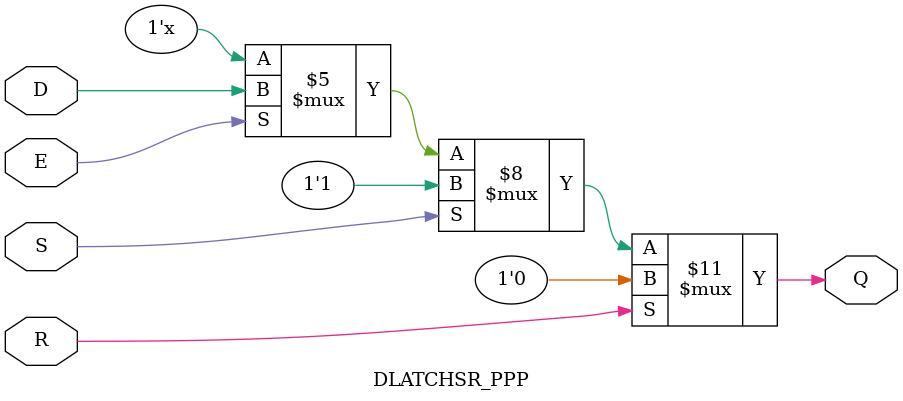
<source format=v>
/*
 *  yosys -- Yosys Open SYnthesis Suite
 *
 *  Copyright (C) 2012  Clifford Wolf <clifford@clifford.at>
 *
 *  Permission to use, copy, modify, and/or distribute this software for any
 *  purpose with or without fee is hereby granted, provided that the above
 *  copyright notice and this permission notice appear in all copies.
 *
 *  THE SOFTWARE IS PROVIDED "AS IS" AND THE AUTHOR DISCLAIMS ALL WARRANTIES
 *  WITH REGARD TO THIS SOFTWARE INCLUDING ALL IMPLIED WARRANTIES OF
 *  MERCHANTABILITY AND FITNESS. IN NO EVENT SHALL THE AUTHOR BE LIABLE FOR
 *  ANY SPECIAL, DIRECT, INDIRECT, OR CONSEQUENTIAL DAMAGES OR ANY DAMAGES
 *  WHATSOEVER RESULTING FROM LOSS OF USE, DATA OR PROFITS, WHETHER IN AN
 *  ACTION OF CONTRACT, NEGLIGENCE OR OTHER TORTIOUS ACTION, ARISING OUT OF
 *  OR IN CONNECTION WITH THE USE OR PERFORMANCE OF THIS SOFTWARE.
 *
 *  ---
 *
 *  The internal logic cell simulation library.
 *
 *  This Verilog library contains simple simulation models for the internal
 *  logic cells ($_NOT , $_AND , ...) that are generated by the default technology
 *  mapper (see "techmap.v" in this directory) and expected by the "abc" pass.
 *
 */

//  |---v---|---v---|---v---|---v---|---v---|---v---|---v---|---v---|---v---|---v---|
//-
//-     $_BUF (A, Y)
//-
//- A buffer. This cell type is always optimized away by the opt_clean pass.
//-
//- Truth table:    A | Y
//-                ---+---
//-                 0 | 0
//-                 1 | 1
//-
module BUF (A, Y);
input A;
output Y;
assign Y = A;
endmodule

//  |---v---|---v---|---v---|---v---|---v---|---v---|---v---|---v---|---v---|---v---|
//-
//-     $_NOT (A, Y)
//-
//- An inverter gate.
//-
//- Truth table:    A | Y
//-                ---+---
//-                 0 | 1
//-                 1 | 0
//-
module NOT (A, Y);
input A;
output Y;
assign Y = ~A;
endmodule

//  |---v---|---v---|---v---|---v---|---v---|---v---|---v---|---v---|---v---|---v---|
//-
//-     $_AND (A, B, Y)
//-
//- A 2-input AND gate.
//-
//- Truth table:    A B | Y
//-                -----+---
//-                 0 0 | 0
//-                 0 1 | 0
//-                 1 0 | 0
//-                 1 1 | 1
//-
module AND (A, B, Y);
input A, B;
output Y;
assign Y = A & B;
endmodule

//  |---v---|---v---|---v---|---v---|---v---|---v---|---v---|---v---|---v---|---v---|
//-
//-     $_NAND (A, B, Y)
//-
//- A 2-input NAND gate.
//-
//- Truth table:    A B | Y
//-                -----+---
//-                 0 0 | 1
//-                 0 1 | 1
//-                 1 0 | 1
//-                 1 1 | 0
//-
module NAND (A, B, Y);
input A, B;
output Y;
assign Y = ~(A & B);
endmodule

//  |---v---|---v---|---v---|---v---|---v---|---v---|---v---|---v---|---v---|---v---|
//-
//-     $_OR (A, B, Y)
//-
//- A 2-input OR gate.
//-
//- Truth table:    A B | Y
//-                -----+---
//-                 0 0 | 0
//-                 0 1 | 1
//-                 1 0 | 1
//-                 1 1 | 1
//-
module OR (A, B, Y);
input A, B;
output Y;
assign Y = A | B;
endmodule

//  |---v---|---v---|---v---|---v---|---v---|---v---|---v---|---v---|---v---|---v---|
//-
//-     $_NOR (A, B, Y)
//-
//- A 2-input NOR gate.
//-
//- Truth table:    A B | Y
//-                -----+---
//-                 0 0 | 1
//-                 0 1 | 0
//-                 1 0 | 0
//-                 1 1 | 0
//-
module NOR (A, B, Y);
input A, B;
output Y;
assign Y = ~(A | B);
endmodule

//  |---v---|---v---|---v---|---v---|---v---|---v---|---v---|---v---|---v---|---v---|
//-
//-     $_XOR (A, B, Y)
//-
//- A 2-input XOR gate.
//-
//- Truth table:    A B | Y
//-                -----+---
//-                 0 0 | 0
//-                 0 1 | 1
//-                 1 0 | 1
//-                 1 1 | 0
//-
module XOR (A, B, Y);
input A, B;
output Y;
assign Y = A ^ B;
endmodule

//  |---v---|---v---|---v---|---v---|---v---|---v---|---v---|---v---|---v---|---v---|
//-
//-     $_XNOR (A, B, Y)
//-
//- A 2-input XNOR gate.
//-
//- Truth table:    A B | Y
//-                -----+---
//-                 0 0 | 1
//-                 0 1 | 0
//-                 1 0 | 0
//-                 1 1 | 1
//-
module XNOR (A, B, Y);
input A, B;
output Y;
assign Y = ~(A ^ B);
endmodule

//  |---v---|---v---|---v---|---v---|---v---|---v---|---v---|---v---|---v---|---v---|
//-
//-     $_ANDNOT (A, B, Y)
//-
//- A 2-input AND-NOT gate.
//-
//- Truth table:    A B | Y
//-                -----+---
//-                 0 0 | 0
//-                 0 1 | 0
//-                 1 0 | 1
//-                 1 1 | 0
//-
module ANDNOT (A, B, Y);
input A, B;
output Y;
assign Y = A & (~B);
endmodule

//  |---v---|---v---|---v---|---v---|---v---|---v---|---v---|---v---|---v---|---v---|
//-
//-     $_ORNOT (A, B, Y)
//-
//- A 2-input OR-NOT gate.
//-
//- Truth table:    A B | Y
//-                -----+---
//-                 0 0 | 1
//-                 0 1 | 0
//-                 1 0 | 1
//-                 1 1 | 1
//-
module ORNOT (A, B, Y);
input A, B;
output Y;
assign Y = A | (~B);
endmodule

//  |---v---|---v---|---v---|---v---|---v---|---v---|---v---|---v---|---v---|---v---|
//-
//-     $_MUX (A, B, S, Y)
//-
//- A 2-input MUX gate.
//-
//- Truth table:    A B S | Y
//-                -------+---
//-                 a - 0 | a
//-                 - b 1 | b
//-
module MUX (A, B, S, Y);
input A, B, S;
output Y;
assign Y = S ? B : A;
endmodule

//  |---v---|---v---|---v---|---v---|---v---|---v---|---v---|---v---|---v---|---v---|
//-
//-     $_MUX4 (A, B, C, D, S, T, Y)
//-
//- A 4-input MUX gate.
//-
//- Truth table:    A B C D S T | Y
//-                -------------+---
//-                 a - - - 0 0 | a
//-                 - b - - 1 0 | b
//-                 - - c - 0 1 | c
//-                 - - - d 1 1 | d
//-
module MUX4 (A, B, C, D, S, T, Y);
input A, B, C, D, S, T;
output Y;
assign Y = T ? (S ? D : C) :
               (S ? B : A);
endmodule

//  |---v---|---v---|---v---|---v---|---v---|---v---|---v---|---v---|---v---|---v---|
//-
//-     $_MUX8 (A, B, C, D, E, F, G, H, S, T, U, Y)
//-
//- An 8-input MUX gate.
//-
//- Truth table:    A B C D E F G H S T U | Y
//-                -----------------------+---
//-                 a - - - - - - - 0 0 0 | a
//-                 - b - - - - - - 1 0 0 | b
//-                 - - c - - - - - 0 1 0 | c
//-                 - - - d - - - - 1 1 0 | d
//-                 - - - - e - - - 0 0 1 | e
//-                 - - - - - f - - 1 0 1 | f
//-                 - - - - - - g - 0 1 1 | g
//-                 - - - - - - - h 1 1 1 | h
//-
module MUX8 (A, B, C, D, E, F, G, H, S, T, U, Y);
input A, B, C, D, E, F, G, H, S, T, U;
output Y;
assign Y = U ? T ? (S ? H : G) :
                   (S ? F : E) :
               T ? (S ? D : C) :
                   (S ? B : A);
endmodule

//  |---v---|---v---|---v---|---v---|---v---|---v---|---v---|---v---|---v---|---v---|
//-
//-     $_MUX16 (A, B, C, D, E, F, G, H, I, J, K, L, M, N, O, P, S, T, U, V, Y)
//-
//- A 16-input MUX gate.
//-
//- Truth table:    A B C D E F G H I J K L M N O P S T U V | Y
//-                -----------------------------------------+---
//-                 a - - - - - - - - - - - - - - - 0 0 0 0 | a
//-                 - b - - - - - - - - - - - - - - 1 0 0 0 | b
//-                 - - c - - - - - - - - - - - - - 0 1 0 0 | c
//-                 - - - d - - - - - - - - - - - - 1 1 0 0 | d
//-                 - - - - e - - - - - - - - - - - 0 0 1 0 | e
//-                 - - - - - f - - - - - - - - - - 1 0 1 0 | f
//-                 - - - - - - g - - - - - - - - - 0 1 1 0 | g
//-                 - - - - - - - h - - - - - - - - 1 1 1 0 | h
//-                 - - - - - - - - i - - - - - - - 0 0 0 1 | i
//-                 - - - - - - - - - j - - - - - - 1 0 0 1 | j
//-                 - - - - - - - - - - k - - - - - 0 1 0 1 | k
//-                 - - - - - - - - - - - l - - - - 1 1 0 1 | l
//-                 - - - - - - - - - - - - m - - - 0 0 1 1 | m
//-                 - - - - - - - - - - - - - n - - 1 0 1 1 | n
//-                 - - - - - - - - - - - - - - o - 0 1 1 1 | o
//-                 - - - - - - - - - - - - - - - p 1 1 1 1 | p
//-
module MUX16 (A, B, C, D, E, F, G, H, I, J, K, L, M, N, O, P, S, T, U, V, Y);
input A, B, C, D, E, F, G, H, I, J, K, L, M, N, O, P, S, T, U, V;
output Y;
assign Y = V ? U ? T ? (S ? P : O) :
                       (S ? N : M) :
                   T ? (S ? L : K) :
                       (S ? J : I) :
               U ? T ? (S ? H : G) :
                       (S ? F : E) :
                   T ? (S ? D : C) :
                       (S ? B : A);
endmodule

//  |---v---|---v---|---v---|---v---|---v---|---v---|---v---|---v---|---v---|---v---|
//-
//-     $_AOI3 (A, B, C, Y)
//-
//- A 3-input And-Or-Invert gate.
//-
//- Truth table:    A B C | Y
//-                -------+---
//-                 0 0 0 | 1
//-                 0 0 1 | 0
//-                 0 1 0 | 1
//-                 0 1 1 | 0
//-                 1 0 0 | 1
//-                 1 0 1 | 0
//-                 1 1 0 | 0
//-                 1 1 1 | 0
//-
module AOI3 (A, B, C, Y);
input A, B, C;
output Y;
assign Y = ~((A & B) | C);
endmodule

//  |---v---|---v---|---v---|---v---|---v---|---v---|---v---|---v---|---v---|---v---|
//-
//-     $_OAI3 (A, B, C, Y)
//-
//- A 3-input Or-And-Invert gate.
//-
//- Truth table:    A B C | Y
//-                -------+---
//-                 0 0 0 | 1
//-                 0 0 1 | 1
//-                 0 1 0 | 1
//-                 0 1 1 | 0
//-                 1 0 0 | 1
//-                 1 0 1 | 0
//-                 1 1 0 | 1
//-                 1 1 1 | 0
//-
module OAI3 (A, B, C, Y);
input A, B, C;
output Y;
assign Y = ~((A | B) & C);
endmodule

//  |---v---|---v---|---v---|---v---|---v---|---v---|---v---|---v---|---v---|---v---|
//-
//-     $_AOI4 (A, B, C, Y)
//-
//- A 4-input And-Or-Invert gate.
//-
//- Truth table:    A B C D | Y
//-                ---------+---
//-                 0 0 0 0 | 1
//-                 0 0 0 1 | 1
//-                 0 0 1 0 | 1
//-                 0 0 1 1 | 0
//-                 0 1 0 0 | 1
//-                 0 1 0 1 | 1
//-                 0 1 1 0 | 1
//-                 0 1 1 1 | 0
//-                 1 0 0 0 | 1
//-                 1 0 0 1 | 1
//-                 1 0 1 0 | 1
//-                 1 0 1 1 | 0
//-                 1 1 0 0 | 0
//-                 1 1 0 1 | 0
//-                 1 1 1 0 | 0
//-                 1 1 1 1 | 0
//-
module AOI4 (A, B, C, D, Y);
input A, B, C, D;
output Y;
assign Y = ~((A & B) | (C & D));
endmodule

//  |---v---|---v---|---v---|---v---|---v---|---v---|---v---|---v---|---v---|---v---|
//-
//-     $_OAI4 (A, B, C, Y)
//-
//- A 4-input Or-And-Invert gate.
//-
//- Truth table:    A B C D | Y
//-                ---------+---
//-                 0 0 0 0 | 1
//-                 0 0 0 1 | 1
//-                 0 0 1 0 | 1
//-                 0 0 1 1 | 1
//-                 0 1 0 0 | 1
//-                 0 1 0 1 | 0
//-                 0 1 1 0 | 0
//-                 0 1 1 1 | 0
//-                 1 0 0 0 | 1
//-                 1 0 0 1 | 0
//-                 1 0 1 0 | 0
//-                 1 0 1 1 | 0
//-                 1 1 0 0 | 1
//-                 1 1 0 1 | 0
//-                 1 1 1 0 | 0
//-                 1 1 1 1 | 0
//-
module OAI4 (A, B, C, D, Y);
input A, B, C, D;
output Y;
assign Y = ~((A | B) & (C | D));
endmodule

//  |---v---|---v---|---v---|---v---|---v---|---v---|---v---|---v---|---v---|---v---|
//-
//-     $_TBUF (A, E, Y)
//-
//- A tri-state buffer.
//-
//- Truth table:    A E | Y
//-                -----+---
//-                 a 1 | a
//-                 - 0 | z
//-
module TBUF (A, E, Y);
input A, E;
output Y;
assign Y = E ? A : 1'bz;
endmodule

//  |---v---|---v---|---v---|---v---|---v---|---v---|---v---|---v---|---v---|---v---|
//-
//-     $_SR_NN (S, R, Q)
//-
//- A set-reset latch with negative polarity SET and RESET.
//-
//- Truth table:    S R | Q
//-                -----+---
//-                 0 0 | x
//-                 0 1 | 1
//-                 1 0 | 0
//-                 1 1 | y
//-
module SR_NN (S, R, Q);
input S, R;
output reg Q;
always @(negedge S, negedge R) begin
	if (R == 0)
		Q <= 0;
	else if (S == 0)
		Q <= 1;
end
endmodule

//  |---v---|---v---|---v---|---v---|---v---|---v---|---v---|---v---|---v---|---v---|
//-
//-     $_SR_NP (S, R, Q)
//-
//- A set-reset latch with negative polarity SET and positive polarity RESET.
//-
//- Truth table:    S R | Q
//-                -----+---
//-                 0 1 | x
//-                 0 0 | 1
//-                 1 1 | 0
//-                 1 0 | y
//-
module SR_NP (S, R, Q);
input S, R;
output reg Q;
always @(negedge S, posedge R) begin
	if (R == 1)
		Q <= 0;
	else if (S == 0)
		Q <= 1;
end
endmodule

//  |---v---|---v---|---v---|---v---|---v---|---v---|---v---|---v---|---v---|---v---|
//-
//-     $_SR_PN (S, R, Q)
//-
//- A set-reset latch with positive polarity SET and negative polarity RESET.
//-
//- Truth table:    S R | Q
//-                -----+---
//-                 1 0 | x
//-                 1 1 | 1
//-                 0 0 | 0
//-                 0 1 | y
//-
module SR_PN (S, R, Q);
input S, R;
output reg Q;
always @(posedge S, negedge R) begin
	if (R == 0)
		Q <= 0;
	else if (S == 1)
		Q <= 1;
end
endmodule

//  |---v---|---v---|---v---|---v---|---v---|---v---|---v---|---v---|---v---|---v---|
//-
//-     $_SR_PP (S, R, Q)
//-
//- A set-reset latch with positive polarity SET and RESET.
//-
//- Truth table:    S R | Q
//-                -----+---
//-                 1 1 | x
//-                 1 0 | 1
//-                 0 1 | 0
//-                 0 0 | y
//-
module SR_PP (S, R, Q);
input S, R;
output reg Q;
always @(posedge S, posedge R) begin
	if (R == 1)
		Q <= 0;
	else if (S == 1)
		Q <= 1;
end
endmodule

`ifdef SIMCELLS_FF
//  |---v---|---v---|---v---|---v---|---v---|---v---|---v---|---v---|---v---|---v---|
//-
//-     $_FF (D, Q)
//-
//- A D-type flip-flop that is clocked from the implicit global clock. (This cell
//- type is usually only used in netlists for formal verification.)
//-
module FF (D, Q);
input D;
output reg Q;
always @($global_clock) begin
	Q <= D;
end
endmodule
`endif

//  |---v---|---v---|---v---|---v---|---v---|---v---|---v---|---v---|---v---|---v---|
//-
//-     $_DFF_N (D, C, Q)
//-
//- A negative edge D-type flip-flop.
//-
//- Truth table:    D C | Q
//-                -----+---
//-                 d \ | d
//-                 - - | q
//-
module DFF_N (D, C, Q);
input D, C;
output reg Q;
always @(negedge C) begin
	Q <= D;
end
endmodule

//  |---v---|---v---|---v---|---v---|---v---|---v---|---v---|---v---|---v---|---v---|
//-
//-     $_DFF_P (D, C, Q)
//-
//- A positive edge D-type flip-flop.
//-
//- Truth table:    D C | Q
//-                -----+---
//-                 d / | d
//-                 - - | q
//-
module DFF (D, C, Q);
input D, C;
output reg Q;
always @(posedge C) begin
	Q <= D;
end
endmodule

//  |---v---|---v---|---v---|---v---|---v---|---v---|---v---|---v---|---v---|---v---|
//-
//-     $_DFFE_NN (D, C, E, Q)
//-
//- A negative edge D-type flip-flop with negative polarity enable.
//-
//- Truth table:    D C E | Q
//-                -------+---
//-                 d \ 0 | d
//-                 - - - | q
//-
module DFFE_NN (D, C, E, Q);
input D, C, E;
output reg Q;
always @(negedge C) begin
	if (!E) Q <= D;
end
endmodule

//  |---v---|---v---|---v---|---v---|---v---|---v---|---v---|---v---|---v---|---v---|
//-
//-     $_DFFE_NP (D, C, E, Q)
//-
//- A negative edge D-type flip-flop with positive polarity enable.
//-
//- Truth table:    D C E | Q
//-                -------+---
//-                 d \ 1 | d
//-                 - - - | q
//-
module DFFE_NP (D, C, E, Q);
input D, C, E;
output reg Q;
always @(negedge C) begin
	if (E) Q <= D;
end
endmodule

//  |---v---|---v---|---v---|---v---|---v---|---v---|---v---|---v---|---v---|---v---|
//-
//-     $_DFFE_PN (D, C, E, Q)
//-
//- A positive edge D-type flip-flop with negative polarity enable.
//-
//- Truth table:    D C E | Q
//-                -------+---
//-                 d / 0 | d
//-                 - - - | q
//-
module DFFE_PN (D, C, E, Q);
input D, C, E;
output reg Q;
always @(posedge C) begin
	if (!E) Q <= D;
end
endmodule

//  |---v---|---v---|---v---|---v---|---v---|---v---|---v---|---v---|---v---|---v---|
//-
//-     $_DFFE_PP (D, C, E, Q)
//-
//- A positive edge D-type flip-flop with positive polarity enable.
//-
//- Truth table:    D C E | Q
//-                -------+---
//-                 d / 1 | d
//-                 - - - | q
//-
module DFFE_PP (D, C, E, Q);
input D, C, E;
output reg Q;
always @(posedge C) begin
	if (E) Q <= D;
end
endmodule

//  |---v---|---v---|---v---|---v---|---v---|---v---|---v---|---v---|---v---|---v---|
//-
//-     $_DFF_NN0 (D, C, R, Q)
//-
//- A negative edge D-type flip-flop with negative polarity reset.
//-
//- Truth table:    D C R | Q
//-                -------+---
//-                 - - 0 | 0
//-                 d \ - | d
//-                 - - - | q
//-
module DFF_NN0 (D, C, R, Q);
input D, C, R;
output reg Q;
always @(negedge C or negedge R) begin
	if (R == 0)
		Q <= 0;
	else
		Q <= D;
end
endmodule

//  |---v---|---v---|---v---|---v---|---v---|---v---|---v---|---v---|---v---|---v---|
//-
//-     $_DFF_NN1 (D, C, R, Q)
//-
//- A negative edge D-type flip-flop with negative polarity set.
//-
//- Truth table:    D C R | Q
//-                -------+---
//-                 - - 0 | 1
//-                 d \ - | d
//-                 - - - | q
//-
module DFF_NN1 (D, C, R, Q);
input D, C, R;
output reg Q;
always @(negedge C or negedge R) begin
	if (R == 0)
		Q <= 1;
	else
		Q <= D;
end
endmodule

//  |---v---|---v---|---v---|---v---|---v---|---v---|---v---|---v---|---v---|---v---|
//-
//-     $_DFF_NP0 (D, C, R, Q)
//-
//- A negative edge D-type flip-flop with positive polarity reset.
//-
//- Truth table:    D C R | Q
//-                -------+---
//-                 - - 1 | 0
//-                 d \ - | d
//-                 - - - | q
//-
module DFF_NP0 (D, C, R, Q);
input D, C, R;
output reg Q;
always @(negedge C or posedge R) begin
	if (R == 1)
		Q <= 0;
	else
		Q <= D;
end
endmodule

//  |---v---|---v---|---v---|---v---|---v---|---v---|---v---|---v---|---v---|---v---|
//-
//-     $_DFF_NP1 (D, C, R, Q)
//-
//- A negative edge D-type flip-flop with positive polarity set.
//-
//- Truth table:    D C R | Q
//-                -------+---
//-                 - - 1 | 1
//-                 d \ - | d
//-                 - - - | q
//-
module DFF_NP1 (D, C, R, Q);
input D, C, R;
output reg Q;
always @(negedge C or posedge R) begin
	if (R == 1)
		Q <= 1;
	else
		Q <= D;
end
endmodule

//  |---v---|---v---|---v---|---v---|---v---|---v---|---v---|---v---|---v---|---v---|
//-
//-     $_DFF_PN0 (D, C, R, Q)
//-
//- A positive edge D-type flip-flop with negative polarity reset.
//-
//- Truth table:    D C R | Q
//-                -------+---
//-                 - - 0 | 0
//-                 d / - | d
//-                 - - - | q
//-
module DFF_PN0 (D, C, R, Q);
input D, C, R;
output reg Q;
always @(posedge C or negedge R) begin
	if (R == 0)
		Q <= 0;
	else
		Q <= D;
end
endmodule

//  |---v---|---v---|---v---|---v---|---v---|---v---|---v---|---v---|---v---|---v---|
//-
//-     $_DFF_PN1 (D, C, R, Q)
//-
//- A positive edge D-type flip-flop with negative polarity set.
//-
//- Truth table:    D C R | Q
//-                -------+---
//-                 - - 0 | 1
//-                 d / - | d
//-                 - - - | q
//-
module DFF_PN1 (D, C, R, Q);
input D, C, R;
output reg Q;
always @(posedge C or negedge R) begin
	if (R == 0)
		Q <= 1;
	else
		Q <= D;
end
endmodule

//  |---v---|---v---|---v---|---v---|---v---|---v---|---v---|---v---|---v---|---v---|
//-
//-     $_DFF_PP0 (D, C, R, Q)
//-
//- A positive edge D-type flip-flop with positive polarity reset.
//-
//- Truth table:    D C R | Q
//-                -------+---
//-                 - - 1 | 0
//-                 d / - | d
//-                 - - - | q
//-
module DFF_PP0 (D, C, R, Q);
input D, C, R;
output reg Q;
always @(posedge C or posedge R) begin
	if (R == 1)
		Q <= 0;
	else
		Q <= D;
end
endmodule

//  |---v---|---v---|---v---|---v---|---v---|---v---|---v---|---v---|---v---|---v---|
//-
//-     $_DFF_PP1 (D, C, R, Q)
//-
//- A positive edge D-type flip-flop with positive polarity set.
//-
//- Truth table:    D C R | Q
//-                -------+---
//-                 - - 1 | 1
//-                 d / - | d
//-                 - - - | q
//-
module DFF_PP1 (D, C, R, Q);
input D, C, R;
output reg Q;
always @(posedge C or posedge R) begin
	if (R == 1)
		Q <= 1;
	else
		Q <= D;
end
endmodule

//  |---v---|---v---|---v---|---v---|---v---|---v---|---v---|---v---|---v---|---v---|
//-
//-     $_DFFSR_NNN (C, S, R, D, Q)
//-
//- A negative edge D-type flip-flop with negative polarity set and reset.
//-
//- Truth table:    C S R D | Q
//-                ---------+---
//-                 - - 0 - | 0
//-                 - 0 - - | 1
//-                 \ - - d | d
//-                 - - - - | q
//-
module DFFSR_NNN (C, S, R, D, Q);
input C, S, R, D;
output reg Q;
always @(negedge C, negedge S, negedge R) begin
	if (R == 0)
		Q <= 0;
	else if (S == 0)
		Q <= 1;
	else
		Q <= D;
end
endmodule

//  |---v---|---v---|---v---|---v---|---v---|---v---|---v---|---v---|---v---|---v---|
//-
//-     $_DFFSR_NNP (C, S, R, D, Q)
//-
//- A negative edge D-type flip-flop with negative polarity set and positive
//- polarity reset.
//-
//- Truth table:    C S R D | Q
//-                ---------+---
//-                 - - 1 - | 0
//-                 - 0 - - | 1
//-                 \ - - d | d
//-                 - - - - | q
//-
module DFFSR_NNP (C, S, R, D, Q);
input C, S, R, D;
output reg Q;
always @(negedge C, negedge S, posedge R) begin
	if (R == 1)
		Q <= 0;
	else if (S == 0)
		Q <= 1;
	else
		Q <= D;
end
endmodule

//  |---v---|---v---|---v---|---v---|---v---|---v---|---v---|---v---|---v---|---v---|
//-
//-     $_DFFSR_NPN (C, S, R, D, Q)
//-
//- A negative edge D-type flip-flop with positive polarity set and negative
//- polarity reset.
//-
//- Truth table:    C S R D | Q
//-                ---------+---
//-                 - - 0 - | 0
//-                 - 1 - - | 1
//-                 \ - - d | d
//-                 - - - - | q
//-
module DFFSR_NPN (C, S, R, D, Q);
input C, S, R, D;
output reg Q;
always @(negedge C, posedge S, negedge R) begin
	if (R == 0)
		Q <= 0;
	else if (S == 1)
		Q <= 1;
	else
		Q <= D;
end
endmodule

//  |---v---|---v---|---v---|---v---|---v---|---v---|---v---|---v---|---v---|---v---|
//-
//-     $_DFFSR_NPP (C, S, R, D, Q)
//-
//- A negative edge D-type flip-flop with positive polarity set and reset.
//-
//- Truth table:    C S R D | Q
//-                ---------+---
//-                 - - 1 - | 0
//-                 - 1 - - | 1
//-                 \ - - d | d
//-                 - - - - | q
//-
module DFFSR_NPP (C, S, R, D, Q);
input C, S, R, D;
output reg Q;
always @(negedge C, posedge S, posedge R) begin
	if (R == 1)
		Q <= 0;
	else if (S == 1)
		Q <= 1;
	else
		Q <= D;
end
endmodule

//  |---v---|---v---|---v---|---v---|---v---|---v---|---v---|---v---|---v---|---v---|
//-
//-     $_DFFSR_PNN (C, S, R, D, Q)
//-
//- A positive edge D-type flip-flop with negative polarity set and reset.
//-
//- Truth table:    C S R D | Q
//-                ---------+---
//-                 - - 0 - | 0
//-                 - 0 - - | 1
//-                 / - - d | d
//-                 - - - - | q
//-
module DFFSR_PNN (C, S, R, D, Q);
input C, S, R, D;
output reg Q;
always @(posedge C, negedge S, negedge R) begin
	if (R == 0)
		Q <= 0;
	else if (S == 0)
		Q <= 1;
	else
		Q <= D;
end
endmodule

//  |---v---|---v---|---v---|---v---|---v---|---v---|---v---|---v---|---v---|---v---|
//-
//-     $_DFFSR_PNP (C, S, R, D, Q)
//-
//- A positive edge D-type flip-flop with negative polarity set and positive
//- polarity reset.
//-
//- Truth table:    C S R D | Q
//-                ---------+---
//-                 - - 1 - | 0
//-                 - 0 - - | 1
//-                 / - - d | d
//-                 - - - - | q
//-
module DFFSR_PNP (C, S, R, D, Q);
input C, S, R, D;
output reg Q;
always @(posedge C, negedge S, posedge R) begin
	if (R == 1)
		Q <= 0;
	else if (S == 0)
		Q <= 1;
	else
		Q <= D;
end
endmodule

//  |---v---|---v---|---v---|---v---|---v---|---v---|---v---|---v---|---v---|---v---|
//-
//-     $_DFFSR_PPN (C, S, R, D, Q)
//-
//- A positive edge D-type flip-flop with positive polarity set and negative
//- polarity reset.
//-
//- Truth table:    C S R D | Q
//-                ---------+---
//-                 - - 0 - | 0
//-                 - 1 - - | 1
//-                 / - - d | d
//-                 - - - - | q
//-
module DFFSR_PPN (C, S, R, D, Q);
input C, S, R, D;
output reg Q;
always @(posedge C, posedge S, negedge R) begin
	if (R == 0)
		Q <= 0;
	else if (S == 1)
		Q <= 1;
	else
		Q <= D;
end
endmodule

//  |---v---|---v---|---v---|---v---|---v---|---v---|---v---|---v---|---v---|---v---|
//-
//-     $_DFFSR_PPP (C, S, R, D, Q)
//-
//- A positive edge D-type flip-flop with positive polarity set and reset.
//-
//- Truth table:    C S R D | Q
//-                ---------+---
//-                 - - 1 - | 0
//-                 - 1 - - | 1
//-                 / - - d | d
//-                 - - - - | q
//-
module DFFSR_PPP (C, S, R, D, Q);
input C, S, R, D;
output reg Q;
always @(posedge C, posedge S, posedge R) begin
	if (R == 1)
		Q <= 0;
	else if (S == 1)
		Q <= 1;
	else
		Q <= D;
end
endmodule

//  |---v---|---v---|---v---|---v---|---v---|---v---|---v---|---v---|---v---|---v---|
//-
//-     $_DLATCH_N (E, D, Q)
//-
//- A negative enable D-type latch.
//-
//- Truth table:    E D | Q
//-                -----+---
//-                 0 d | d
//-                 - - | q
//-
module DLATCH_N (E, D, Q);
input E, D;
output reg Q;
always @* begin
	if (E == 0)
		Q <= D;
end
endmodule

//  |---v---|---v---|---v---|---v---|---v---|---v---|---v---|---v---|---v---|---v---|
//-
//-     $_DLATCH_P (E, D, Q)
//-
//- A positive enable D-type latch.
//-
//- Truth table:    E D | Q
//-                -----+---
//-                 1 d | d
//-                 - - | q
//-
module DLATCH_P (E, D, Q);
input E, D;
output reg Q;
always @* begin
	if (E == 1)
		Q <= D;
end
endmodule

//  |---v---|---v---|---v---|---v---|---v---|---v---|---v---|---v---|---v---|---v---|
//-
//-     $_DLATCHSR_NNN (E, S, R, D, Q)
//-
//- A negative enable D-type latch with negative polarity set and reset.
//-
//- Truth table:    E S R D | Q
//-                ---------+---
//-                 - - 0 - | 0
//-                 - 0 - - | 1
//-                 0 - - d | d
//-                 - - - - | q
//-
module DLATCHSR_NNN (E, S, R, D, Q);
input E, S, R, D;
output reg Q;
always @* begin
	if (R == 0)
		Q <= 0;
	else if (S == 0)
		Q <= 1;
	else if (E == 0)
		Q <= D;
end
endmodule

//  |---v---|---v---|---v---|---v---|---v---|---v---|---v---|---v---|---v---|---v---|
//-
//-     $_DLATCHSR_NNP (E, S, R, D, Q)
//-
//- A negative enable D-type latch with negative polarity set and positive polarity
//- reset.
//-
//- Truth table:    E S R D | Q
//-                ---------+---
//-                 - - 1 - | 0
//-                 - 0 - - | 1
//-                 0 - - d | d
//-                 - - - - | q
//-
module DLATCHSR_NNP (E, S, R, D, Q);
input E, S, R, D;
output reg Q;
always @* begin
	if (R == 1)
		Q <= 0;
	else if (S == 0)
		Q <= 1;
	else if (E == 0)
		Q <= D;
end
endmodule

//  |---v---|---v---|---v---|---v---|---v---|---v---|---v---|---v---|---v---|---v---|
//-
//-     $_DLATCHSR_NPN (E, S, R, D, Q)
//-
//- A negative enable D-type latch with positive polarity set and negative polarity
//- reset.
//-
//- Truth table:    E S R D | Q
//-                ---------+---
//-                 - - 0 - | 0
//-                 - 1 - - | 1
//-                 0 - - d | d
//-                 - - - - | q
//-
module DLATCHSR_NPN (E, S, R, D, Q);
input E, S, R, D;
output reg Q;
always @* begin
	if (R == 0)
		Q <= 0;
	else if (S == 1)
		Q <= 1;
	else if (E == 0)
		Q <= D;
end
endmodule

//  |---v---|---v---|---v---|---v---|---v---|---v---|---v---|---v---|---v---|---v---|
//-
//-     $_DLATCHSR_NPP (E, S, R, D, Q)
//-
//- A negative enable D-type latch with positive polarity set and reset.
//-
//- Truth table:    E S R D | Q
//-                ---------+---
//-                 - - 1 - | 0
//-                 - 1 - - | 1
//-                 0 - - d | d
//-                 - - - - | q
//-
module DLATCHSR_NPP (E, S, R, D, Q);
input E, S, R, D;
output reg Q;
always @* begin
	if (R == 1)
		Q <= 0;
	else if (S == 1)
		Q <= 1;
	else if (E == 0)
		Q <= D;
end
endmodule

//  |---v---|---v---|---v---|---v---|---v---|---v---|---v---|---v---|---v---|---v---|
//-
//-     $_DLATCHSR_PNN (E, S, R, D, Q)
//-
//- A positive enable D-type latch with negative polarity set and reset.
//-
//- Truth table:    E S R D | Q
//-                ---------+---
//-                 - - 0 - | 0
//-                 - 0 - - | 1
//-                 1 - - d | d
//-                 - - - - | q
//-
module DLATCHSR_PNN (E, S, R, D, Q);
input E, S, R, D;
output reg Q;
always @* begin
	if (R == 0)
		Q <= 0;
	else if (S == 0)
		Q <= 1;
	else if (E == 1)
		Q <= D;
end
endmodule

//  |---v---|---v---|---v---|---v---|---v---|---v---|---v---|---v---|---v---|---v---|
//-
//-     $_DLATCHSR_PNP (E, S, R, D, Q)
//-
//- A positive enable D-type latch with negative polarity set and positive polarity
//- reset.
//-
//- Truth table:    E S R D | Q
//-                ---------+---
//-                 - - 1 - | 0
//-                 - 0 - - | 1
//-                 1 - - d | d
//-                 - - - - | q
//-
module DLATCHSR_PNP (E, S, R, D, Q);
input E, S, R, D;
output reg Q;
always @* begin
	if (R == 1)
		Q <= 0;
	else if (S == 0)
		Q <= 1;
	else if (E == 1)
		Q <= D;
end
endmodule

//  |---v---|---v---|---v---|---v---|---v---|---v---|---v---|---v---|---v---|---v---|
//-
//-     $_DLATCHSR_PPN (E, S, R, D, Q)
//-
//- A positive enable D-type latch with positive polarity set and negative polarity
//- reset.
//-
//- Truth table:    E S R D | Q
//-                ---------+---
//-                 - - 0 - | 0
//-                 - 1 - - | 1
//-                 1 - - d | d
//-                 - - - - | q
//-
module DLATCHSR_PPN (E, S, R, D, Q);
input E, S, R, D;
output reg Q;
always @* begin
	if (R == 0)
		Q <= 0;
	else if (S == 1)
		Q <= 1;
	else if (E == 1)
		Q <= D;
end
endmodule

//  |---v---|---v---|---v---|---v---|---v---|---v---|---v---|---v---|---v---|---v---|
//-
//-     $_DLATCHSR_PPP (E, S, R, D, Q)
//-
//- A positive enable D-type latch with positive polarity set and reset.
//-
//- Truth table:    E S R D | Q
//-                ---------+---
//-                 - - 1 - | 0
//-                 - 1 - - | 1
//-                 1 - - d | d
//-                 - - - - | q
//-
module DLATCHSR_PPP (E, S, R, D, Q);
input E, S, R, D;
output reg Q;
always @* begin
	if (R == 1)
		Q <= 0;
	else if (S == 1)
		Q <= 1;
	else if (E == 1)
		Q <= D;
end
endmodule


</source>
